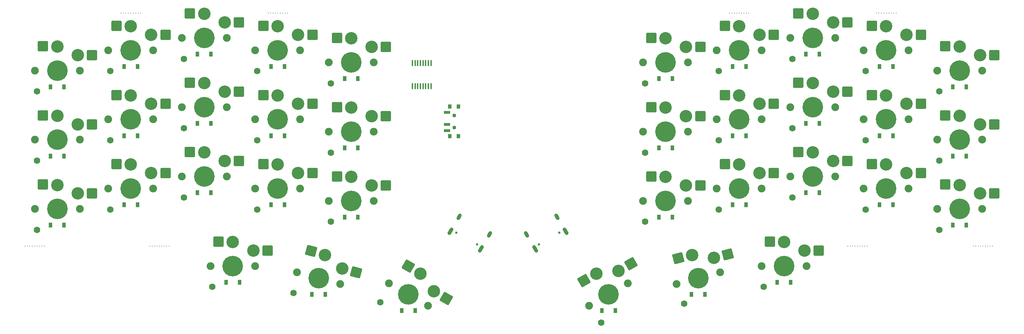
<source format=gbr>
%TF.GenerationSoftware,KiCad,Pcbnew,(6.0.8-1)-1*%
%TF.CreationDate,2022-11-15T13:56:26-05:00*%
%TF.ProjectId,kb2,6b62322e-6b69-4636-9164-5f7063625858,rev?*%
%TF.SameCoordinates,Original*%
%TF.FileFunction,Soldermask,Bot*%
%TF.FilePolarity,Negative*%
%FSLAX46Y46*%
G04 Gerber Fmt 4.6, Leading zero omitted, Abs format (unit mm)*
G04 Created by KiCad (PCBNEW (6.0.8-1)-1) date 2022-11-15 13:56:26*
%MOMM*%
%LPD*%
G01*
G04 APERTURE LIST*
G04 Aperture macros list*
%AMRoundRect*
0 Rectangle with rounded corners*
0 $1 Rounding radius*
0 $2 $3 $4 $5 $6 $7 $8 $9 X,Y pos of 4 corners*
0 Add a 4 corners polygon primitive as box body*
4,1,4,$2,$3,$4,$5,$6,$7,$8,$9,$2,$3,0*
0 Add four circle primitives for the rounded corners*
1,1,$1+$1,$2,$3*
1,1,$1+$1,$4,$5*
1,1,$1+$1,$6,$7*
1,1,$1+$1,$8,$9*
0 Add four rect primitives between the rounded corners*
20,1,$1+$1,$2,$3,$4,$5,0*
20,1,$1+$1,$4,$5,$6,$7,0*
20,1,$1+$1,$6,$7,$8,$9,0*
20,1,$1+$1,$8,$9,$2,$3,0*%
%AMHorizOval*
0 Thick line with rounded ends*
0 $1 width*
0 $2 $3 position (X,Y) of the first rounded end (center of the circle)*
0 $4 $5 position (X,Y) of the second rounded end (center of the circle)*
0 Add line between two ends*
20,1,$1,$2,$3,$4,$5,0*
0 Add two circle primitives to create the rounded ends*
1,1,$1,$2,$3*
1,1,$1,$4,$5*%
G04 Aperture macros list end*
%ADD10C,0.300000*%
%ADD11C,5.050000*%
%ADD12C,1.900000*%
%ADD13C,1.600000*%
%ADD14C,3.050000*%
%ADD15RoundRect,0.250000X-1.025000X-1.000000X1.025000X-1.000000X1.025000X1.000000X-1.025000X1.000000X0*%
%ADD16C,0.600000*%
%ADD17HorizOval,0.900000X-0.275000X-0.476314X0.275000X0.476314X0*%
%ADD18HorizOval,0.900000X-0.200000X-0.346410X0.200000X0.346410X0*%
%ADD19RoundRect,0.250000X-0.387676X-1.378525X1.387676X-0.353525X0.387676X1.378525X-1.387676X0.353525X0*%
%ADD20RoundRect,0.250000X-0.731255X-1.231215X1.248893X-0.700636X0.731255X1.231215X-1.248893X0.700636X0*%
%ADD21HorizOval,0.900000X0.275000X-0.476314X-0.275000X0.476314X0*%
%ADD22HorizOval,0.900000X0.200000X-0.346410X-0.200000X0.346410X0*%
%ADD23RoundRect,0.250000X-1.248893X-0.700636X0.731255X-1.231215X1.248893X0.700636X-0.731255X1.231215X0*%
%ADD24RoundRect,0.250000X-1.387676X-0.353525X0.387676X-1.378525X1.387676X0.353525X-0.387676X1.378525X0*%
%ADD25R,0.900000X1.200000*%
%ADD26RoundRect,0.100000X0.100000X-0.637500X0.100000X0.637500X-0.100000X0.637500X-0.100000X-0.637500X0*%
%ADD27C,0.939800*%
%ADD28R,1.498600X0.711200*%
%ADD29R,0.812800X0.990600*%
G04 APERTURE END LIST*
D10*
%TO.C,*%
X242756872Y-113150000D03*
%TD*%
%TO.C,*%
X243350622Y-113150000D03*
%TD*%
%TO.C,*%
X238600622Y-113150000D03*
%TD*%
%TO.C,*%
X239194372Y-113150000D03*
%TD*%
%TO.C,*%
X241569372Y-113150000D03*
%TD*%
%TO.C,*%
X242163122Y-113150000D03*
%TD*%
%TO.C,*%
X240975622Y-113150000D03*
%TD*%
%TO.C,*%
X239788122Y-113150000D03*
%TD*%
%TO.C,*%
X240381872Y-113150000D03*
%TD*%
%TO.C,*%
X273500000Y-113150000D03*
%TD*%
%TO.C,*%
X274093750Y-113150000D03*
%TD*%
%TO.C,*%
X269343750Y-113150000D03*
%TD*%
%TO.C,*%
X269937500Y-113150000D03*
%TD*%
%TO.C,*%
X272312500Y-113150000D03*
%TD*%
%TO.C,*%
X272906250Y-113150000D03*
%TD*%
%TO.C,*%
X271718750Y-113150000D03*
%TD*%
%TO.C,*%
X270531250Y-113150000D03*
%TD*%
%TO.C,*%
X271125000Y-113150000D03*
%TD*%
%TO.C,*%
X71756872Y-113150000D03*
%TD*%
%TO.C,*%
X72350622Y-113150000D03*
%TD*%
%TO.C,*%
X67600622Y-113150000D03*
%TD*%
%TO.C,*%
X68194372Y-113150000D03*
%TD*%
%TO.C,*%
X70569372Y-113150000D03*
%TD*%
%TO.C,*%
X71163122Y-113150000D03*
%TD*%
%TO.C,*%
X69975622Y-113150000D03*
%TD*%
%TO.C,*%
X68788122Y-113150000D03*
%TD*%
%TO.C,*%
X69381872Y-113150000D03*
%TD*%
%TO.C,*%
X211430628Y-55850000D03*
%TD*%
%TO.C,*%
X41256872Y-113150000D03*
%TD*%
D11*
%TO.C,SW13*%
X212000000Y-99000000D03*
D12*
X206500000Y-99000000D03*
D13*
X207000000Y-104150000D03*
D14*
X217000000Y-95200000D03*
X212000000Y-93100000D03*
D12*
X217500000Y-99000000D03*
D15*
X208500000Y-93000000D03*
X220500000Y-95200000D03*
%TD*%
D13*
%TO.C,SW25*%
X94000000Y-104150000D03*
D14*
X104000000Y-95200000D03*
D12*
X104500000Y-99000000D03*
D14*
X99000000Y-93100000D03*
D12*
X93500000Y-99000000D03*
D11*
X99000000Y-99000000D03*
D15*
X95500000Y-93000000D03*
X107500000Y-95200000D03*
%TD*%
D14*
%TO.C,SW17*%
X86000000Y-92200000D03*
D11*
X81000000Y-96000000D03*
D12*
X75500000Y-96000000D03*
D13*
X76000000Y-101150000D03*
D12*
X86500000Y-96000000D03*
D14*
X81000000Y-90100000D03*
D15*
X77500000Y-90000000D03*
X89500000Y-92200000D03*
%TD*%
D10*
%TO.C,*%
X38881872Y-113150000D03*
%TD*%
%TO.C,*%
X60649378Y-55850000D03*
%TD*%
%TO.C,*%
X99618128Y-55850000D03*
%TD*%
D11*
%TO.C,SW23*%
X99000000Y-65000000D03*
D13*
X94000000Y-70150000D03*
D12*
X93500000Y-65000000D03*
X104500000Y-65000000D03*
D14*
X104000000Y-61200000D03*
X99000000Y-59100000D03*
D15*
X95500000Y-59000000D03*
X107500000Y-61200000D03*
%TD*%
D10*
%TO.C,*%
X65399378Y-55850000D03*
%TD*%
D16*
%TO.C,J2*%
X147777813Y-112700737D03*
X142772187Y-109810737D03*
D17*
X141293770Y-109511429D03*
D18*
X150861230Y-110220103D03*
D17*
X148776230Y-113831429D03*
D18*
X143378770Y-105900103D03*
%TD*%
D10*
%TO.C,*%
X212024378Y-55850000D03*
%TD*%
D14*
%TO.C,SW21*%
X230000000Y-90100000D03*
D12*
X235500000Y-96000000D03*
D14*
X235000000Y-92200000D03*
D11*
X230000000Y-96000000D03*
D12*
X224500000Y-96000000D03*
D13*
X225000000Y-101150000D03*
D15*
X226500000Y-90000000D03*
X238500000Y-92200000D03*
%TD*%
D10*
%TO.C,*%
X247430628Y-55850000D03*
%TD*%
D14*
%TO.C,SW19*%
X230000000Y-56100000D03*
D11*
X230000000Y-62000000D03*
D14*
X235000000Y-58200000D03*
D13*
X225000000Y-67150000D03*
D12*
X224500000Y-62000000D03*
X235500000Y-62000000D03*
D15*
X226500000Y-56000000D03*
X238500000Y-58200000D03*
%TD*%
D10*
%TO.C,*%
X62430628Y-55850000D03*
%TD*%
%TO.C,*%
X249805628Y-55850000D03*
%TD*%
D12*
%TO.C,SW34*%
X271500000Y-70000000D03*
D11*
X266000000Y-70000000D03*
D14*
X266000000Y-64100000D03*
D12*
X260500000Y-70000000D03*
D14*
X271000000Y-66200000D03*
D13*
X261000000Y-75150000D03*
D15*
X262500000Y-64000000D03*
X274500000Y-66200000D03*
%TD*%
D10*
%TO.C,*%
X37694372Y-113150000D03*
%TD*%
%TO.C,*%
X249211878Y-55850000D03*
%TD*%
D14*
%TO.C,SW35*%
X271000000Y-83200000D03*
X266000000Y-81100000D03*
D13*
X261000000Y-92150000D03*
D12*
X271500000Y-87000000D03*
D11*
X266000000Y-87000000D03*
D12*
X260500000Y-87000000D03*
D15*
X262500000Y-81000000D03*
X274500000Y-83200000D03*
%TD*%
D14*
%TO.C,SW29*%
X248000000Y-93100000D03*
D13*
X243000000Y-104150000D03*
D11*
X248000000Y-99000000D03*
D12*
X253500000Y-99000000D03*
D14*
X253000000Y-95200000D03*
D12*
X242500000Y-99000000D03*
D15*
X244500000Y-93000000D03*
X256500000Y-95200000D03*
%TD*%
D14*
%TO.C,SW7*%
X182430127Y-119209103D03*
X177050000Y-119890450D03*
D11*
X180000000Y-125000000D03*
D13*
X178244873Y-131960031D03*
D12*
X184763140Y-122250000D03*
X175236860Y-127750000D03*
D19*
X173968911Y-121553848D03*
X185461216Y-117459103D03*
%TD*%
D12*
%TO.C,SW22*%
X228500000Y-118000000D03*
X217500000Y-118000000D03*
D13*
X218000000Y-123150000D03*
D14*
X223000000Y-112100000D03*
X228000000Y-114200000D03*
D11*
X223000000Y-118000000D03*
D15*
X219500000Y-112000000D03*
X231500000Y-114200000D03*
%TD*%
D10*
%TO.C,*%
X61836878Y-55850000D03*
%TD*%
%TO.C,*%
X63618128Y-55850000D03*
%TD*%
%TO.C,*%
X97836878Y-55850000D03*
%TD*%
%TO.C,*%
X248024378Y-55850000D03*
%TD*%
D14*
%TO.C,SW2*%
X50000000Y-83200000D03*
D12*
X39500000Y-87000000D03*
D11*
X45000000Y-87000000D03*
D14*
X45000000Y-81100000D03*
D13*
X40000000Y-92150000D03*
D12*
X50500000Y-87000000D03*
D15*
X41500000Y-81000000D03*
X53500000Y-83200000D03*
%TD*%
D10*
%TO.C,*%
X37100622Y-113150000D03*
%TD*%
D12*
%TO.C,SW10*%
X57500000Y-99000000D03*
D14*
X63000000Y-93100000D03*
D13*
X58000000Y-104150000D03*
D12*
X68500000Y-99000000D03*
D11*
X63000000Y-99000000D03*
D14*
X68000000Y-95200000D03*
D15*
X59500000Y-93000000D03*
X71500000Y-95200000D03*
%TD*%
D13*
%TO.C,SW32*%
X112000000Y-107150000D03*
D12*
X122500000Y-102000000D03*
D14*
X117000000Y-96100000D03*
D12*
X111500000Y-102000000D03*
D11*
X117000000Y-102000000D03*
D14*
X122000000Y-98200000D03*
D15*
X113500000Y-96000000D03*
X125500000Y-98200000D03*
%TD*%
D10*
%TO.C,*%
X39475622Y-113150000D03*
%TD*%
%TO.C,*%
X61243128Y-55850000D03*
%TD*%
%TO.C,*%
X99024378Y-55850000D03*
%TD*%
%TO.C,*%
X210243128Y-55850000D03*
%TD*%
%TO.C,*%
X96649378Y-55850000D03*
%TD*%
%TO.C,*%
X63024378Y-55850000D03*
%TD*%
%TO.C,*%
X213211878Y-55850000D03*
%TD*%
D12*
%TO.C,SW31*%
X122500000Y-85000000D03*
D14*
X122000000Y-81200000D03*
D13*
X112000000Y-90150000D03*
D12*
X111500000Y-85000000D03*
D11*
X117000000Y-85000000D03*
D14*
X117000000Y-79100000D03*
D15*
X113500000Y-79000000D03*
X125500000Y-81200000D03*
%TD*%
D14*
%TO.C,SW14*%
X200472968Y-115301038D03*
D13*
X198503289Y-127268613D03*
D14*
X205846117Y-116035387D03*
D12*
X207312592Y-119576495D03*
D11*
X202000000Y-121000000D03*
D12*
X196687408Y-122423505D03*
D20*
X197066345Y-116110312D03*
X209226857Y-115129520D03*
%TD*%
D14*
%TO.C,SW15*%
X86000000Y-58200000D03*
X81000000Y-56100000D03*
D12*
X75500000Y-62000000D03*
D13*
X76000000Y-67150000D03*
D11*
X81000000Y-62000000D03*
D12*
X86500000Y-62000000D03*
D15*
X77500000Y-56000000D03*
X89500000Y-58200000D03*
%TD*%
D10*
%TO.C,*%
X97243128Y-55850000D03*
%TD*%
%TO.C,*%
X213805628Y-55850000D03*
%TD*%
D13*
%TO.C,SW28*%
X243000000Y-87150000D03*
D14*
X248000000Y-76100000D03*
D12*
X253500000Y-82000000D03*
D11*
X248000000Y-82000000D03*
D12*
X242500000Y-82000000D03*
D14*
X253000000Y-78200000D03*
D15*
X244500000Y-76000000D03*
X256500000Y-78200000D03*
%TD*%
D10*
%TO.C,*%
X40069372Y-113150000D03*
%TD*%
D14*
%TO.C,SW20*%
X235000000Y-75200000D03*
D11*
X230000000Y-79000000D03*
D14*
X230000000Y-73100000D03*
D12*
X224500000Y-79000000D03*
X235500000Y-79000000D03*
D13*
X225000000Y-84150000D03*
D15*
X226500000Y-73000000D03*
X238500000Y-75200000D03*
%TD*%
D10*
%TO.C,*%
X98430628Y-55850000D03*
%TD*%
D13*
%TO.C,SW3*%
X40000000Y-109150000D03*
D12*
X39500000Y-104000000D03*
D11*
X45000000Y-104000000D03*
D14*
X50000000Y-100200000D03*
D12*
X50500000Y-104000000D03*
D14*
X45000000Y-98100000D03*
D15*
X41500000Y-98000000D03*
X53500000Y-100200000D03*
%TD*%
D12*
%TO.C,SW4*%
X188500000Y-68000000D03*
X199500000Y-68000000D03*
D14*
X194000000Y-62100000D03*
D13*
X189000000Y-73150000D03*
D11*
X194000000Y-68000000D03*
D14*
X199000000Y-64200000D03*
D15*
X190500000Y-62000000D03*
X202500000Y-64200000D03*
%TD*%
D10*
%TO.C,*%
X101399378Y-55850000D03*
%TD*%
D14*
%TO.C,SW5*%
X194000000Y-79100000D03*
D11*
X194000000Y-85000000D03*
D13*
X189000000Y-90150000D03*
D12*
X199500000Y-85000000D03*
X188500000Y-85000000D03*
D14*
X199000000Y-81200000D03*
D15*
X190500000Y-79000000D03*
X202500000Y-81200000D03*
%TD*%
D14*
%TO.C,SW8*%
X68000000Y-61200000D03*
D11*
X63000000Y-65000000D03*
D13*
X58000000Y-70150000D03*
D12*
X57500000Y-65000000D03*
X68500000Y-65000000D03*
D14*
X63000000Y-59100000D03*
D15*
X59500000Y-59000000D03*
X71500000Y-61200000D03*
%TD*%
D10*
%TO.C,*%
X214399378Y-55850000D03*
%TD*%
%TO.C,*%
X41850622Y-113150000D03*
%TD*%
D12*
%TO.C,SW1*%
X39500000Y-70000000D03*
D14*
X50000000Y-66200000D03*
D13*
X40000000Y-75150000D03*
D12*
X50500000Y-70000000D03*
D11*
X45000000Y-70000000D03*
D14*
X45000000Y-64100000D03*
D15*
X41500000Y-64000000D03*
X53500000Y-66200000D03*
%TD*%
D11*
%TO.C,SW9*%
X63000000Y-82000000D03*
D14*
X68000000Y-78200000D03*
D12*
X68500000Y-82000000D03*
D13*
X58000000Y-87150000D03*
D14*
X63000000Y-76100000D03*
D12*
X57500000Y-82000000D03*
D15*
X59500000Y-76000000D03*
X71500000Y-78200000D03*
%TD*%
D10*
%TO.C,*%
X40663122Y-113150000D03*
%TD*%
D11*
%TO.C,SW24*%
X99000000Y-82000000D03*
D13*
X94000000Y-87150000D03*
D12*
X93500000Y-82000000D03*
X104500000Y-82000000D03*
D14*
X104000000Y-78200000D03*
X99000000Y-76100000D03*
D15*
X95500000Y-76000000D03*
X107500000Y-78200000D03*
%TD*%
D10*
%TO.C,*%
X100211878Y-55850000D03*
%TD*%
%TO.C,*%
X246243128Y-55850000D03*
%TD*%
D12*
%TO.C,SW36*%
X271500000Y-104000000D03*
D14*
X271000000Y-100200000D03*
X266000000Y-98100000D03*
D12*
X260500000Y-104000000D03*
D13*
X261000000Y-109150000D03*
D11*
X266000000Y-104000000D03*
D15*
X262500000Y-98000000D03*
X274500000Y-100200000D03*
%TD*%
D10*
%TO.C,*%
X209649378Y-55850000D03*
%TD*%
%TO.C,*%
X212618128Y-55850000D03*
%TD*%
%TO.C,*%
X38288122Y-113150000D03*
%TD*%
D14*
%TO.C,SW6*%
X194000000Y-96100000D03*
D11*
X194000000Y-102000000D03*
D12*
X188500000Y-102000000D03*
X199500000Y-102000000D03*
D14*
X199000000Y-98200000D03*
D13*
X189000000Y-107150000D03*
D15*
X190500000Y-96000000D03*
X202500000Y-98200000D03*
%TD*%
D10*
%TO.C,*%
X64211878Y-55850000D03*
%TD*%
D16*
%TO.C,J3*%
X168005626Y-109810737D03*
X163000000Y-112700737D03*
D21*
X169484043Y-109511429D03*
D22*
X167399043Y-105900103D03*
D21*
X162001583Y-113831429D03*
D22*
X159916583Y-110220103D03*
%TD*%
D10*
%TO.C,*%
X100805628Y-55850000D03*
%TD*%
D13*
%TO.C,SW11*%
X207000000Y-70150000D03*
D12*
X217500000Y-65000000D03*
D11*
X212000000Y-65000000D03*
D14*
X212000000Y-59100000D03*
X217000000Y-61200000D03*
D12*
X206500000Y-65000000D03*
D15*
X208500000Y-59000000D03*
X220500000Y-61200000D03*
%TD*%
D10*
%TO.C,*%
X210836878Y-55850000D03*
%TD*%
%TO.C,*%
X245649378Y-55850000D03*
%TD*%
D11*
%TO.C,SW12*%
X212000000Y-82000000D03*
D13*
X207000000Y-87150000D03*
D14*
X217000000Y-78200000D03*
X212000000Y-76100000D03*
D12*
X217500000Y-82000000D03*
X206500000Y-82000000D03*
D15*
X208500000Y-76000000D03*
X220500000Y-78200000D03*
%TD*%
D11*
%TO.C,SW30*%
X117000000Y-68000000D03*
D14*
X122000000Y-64200000D03*
D13*
X112000000Y-73150000D03*
D12*
X122500000Y-68000000D03*
X111500000Y-68000000D03*
D14*
X117000000Y-62100000D03*
D15*
X113500000Y-62000000D03*
X125500000Y-64200000D03*
%TD*%
D11*
%TO.C,SW27*%
X248000000Y-65000000D03*
D13*
X243000000Y-70150000D03*
D14*
X248000000Y-59100000D03*
D12*
X253500000Y-65000000D03*
D14*
X253000000Y-61200000D03*
D12*
X242500000Y-65000000D03*
D15*
X244500000Y-59000000D03*
X256500000Y-61200000D03*
%TD*%
D14*
%TO.C,SW18*%
X93000000Y-114200000D03*
D12*
X82500000Y-118000000D03*
D11*
X88000000Y-118000000D03*
D12*
X93500000Y-118000000D03*
D14*
X88000000Y-112100000D03*
D13*
X83000000Y-123150000D03*
D15*
X84500000Y-112000000D03*
X96500000Y-114200000D03*
%TD*%
D14*
%TO.C,SW16*%
X81000000Y-73100000D03*
D11*
X81000000Y-79000000D03*
D12*
X75500000Y-79000000D03*
X86500000Y-79000000D03*
D14*
X86000000Y-75200000D03*
D13*
X76000000Y-84150000D03*
D15*
X77500000Y-73000000D03*
X89500000Y-75200000D03*
%TD*%
D10*
%TO.C,*%
X246836878Y-55850000D03*
%TD*%
D13*
%TO.C,SW26*%
X102837453Y-124680423D03*
D12*
X103687408Y-119576495D03*
D14*
X114813142Y-118623577D03*
D12*
X114312592Y-122423505D03*
D14*
X110527032Y-115301038D03*
D11*
X109000000Y-121000000D03*
D23*
X107172174Y-114298578D03*
X118193882Y-119529444D03*
%TD*%
D10*
%TO.C,*%
X64805628Y-55850000D03*
%TD*%
%TO.C,*%
X250399378Y-55850000D03*
%TD*%
%TO.C,*%
X248618128Y-55850000D03*
%TD*%
D14*
%TO.C,SW33*%
X137230127Y-124209103D03*
X133950000Y-119890450D03*
D13*
X124094873Y-126960031D03*
D12*
X135763140Y-127750000D03*
X126236860Y-122250000D03*
D11*
X131000000Y-125000000D03*
D24*
X130968911Y-118053848D03*
X140261216Y-125959103D03*
%TD*%
D25*
%TO.C,D32*%
X115350000Y-106000000D03*
X118650000Y-106000000D03*
%TD*%
%TO.C,D17*%
X79350000Y-100000000D03*
X82650000Y-100000000D03*
%TD*%
%TO.C,D27*%
X246350000Y-69000000D03*
X249650000Y-69000000D03*
%TD*%
%TO.C,D5*%
X192350000Y-89000000D03*
X195650000Y-89000000D03*
%TD*%
%TO.C,D26*%
X107350000Y-125000000D03*
X110650000Y-125000000D03*
%TD*%
%TO.C,D31*%
X115350000Y-89000000D03*
X118650000Y-89000000D03*
%TD*%
%TO.C,D22*%
X221350000Y-122000000D03*
X224650000Y-122000000D03*
%TD*%
D26*
%TO.C,U2*%
X136525000Y-73862500D03*
X135875000Y-73862500D03*
X135225000Y-73862500D03*
X134575000Y-73862500D03*
X133925000Y-73862500D03*
X133275000Y-73862500D03*
X132625000Y-73862500D03*
X131975000Y-73862500D03*
X131975000Y-68137500D03*
X132625000Y-68137500D03*
X133275000Y-68137500D03*
X133925000Y-68137500D03*
X134575000Y-68137500D03*
X135225000Y-68137500D03*
X135875000Y-68137500D03*
X136525000Y-68137500D03*
%TD*%
D25*
%TO.C,D19*%
X228350000Y-66000000D03*
X231650000Y-66000000D03*
%TD*%
%TO.C,D28*%
X246350000Y-86000000D03*
X249650000Y-86000000D03*
%TD*%
%TO.C,D36*%
X264350000Y-108000000D03*
X267650000Y-108000000D03*
%TD*%
%TO.C,D15*%
X79350000Y-66000000D03*
X82650000Y-66000000D03*
%TD*%
%TO.C,D9*%
X61350000Y-86000000D03*
X64650000Y-86000000D03*
%TD*%
%TO.C,D16*%
X79350000Y-83000000D03*
X82650000Y-83000000D03*
%TD*%
%TO.C,D4*%
X192350000Y-72000000D03*
X195650000Y-72000000D03*
%TD*%
%TO.C,D30*%
X115350000Y-72000000D03*
X118650000Y-72000000D03*
%TD*%
D27*
%TO.C,SW38*%
X142198099Y-81000000D03*
X142198099Y-84000000D03*
D28*
X140448100Y-80249999D03*
X140448100Y-83250001D03*
X140448100Y-84750001D03*
D29*
X141148101Y-78850000D03*
X141148101Y-86150000D03*
X143248100Y-78850000D03*
X143248100Y-86150000D03*
%TD*%
D25*
%TO.C,D6*%
X192350000Y-106000000D03*
X195650000Y-106000000D03*
%TD*%
%TO.C,D35*%
X264350000Y-91000000D03*
X267650000Y-91000000D03*
%TD*%
%TO.C,D3*%
X43350000Y-108000000D03*
X46650000Y-108000000D03*
%TD*%
%TO.C,D29*%
X246350000Y-103000000D03*
X249650000Y-103000000D03*
%TD*%
%TO.C,D12*%
X210350000Y-86000000D03*
X213650000Y-86000000D03*
%TD*%
%TO.C,D14*%
X200350000Y-125000000D03*
X203650000Y-125000000D03*
%TD*%
%TO.C,D34*%
X264350000Y-74000000D03*
X267650000Y-74000000D03*
%TD*%
%TO.C,D21*%
X228350000Y-100000000D03*
X231650000Y-100000000D03*
%TD*%
%TO.C,D10*%
X61350000Y-103000000D03*
X64650000Y-103000000D03*
%TD*%
%TO.C,D2*%
X43350000Y-91000000D03*
X46650000Y-91000000D03*
%TD*%
%TO.C,D1*%
X43350000Y-74000000D03*
X46650000Y-74000000D03*
%TD*%
%TO.C,D8*%
X61350000Y-69000000D03*
X64650000Y-69000000D03*
%TD*%
%TO.C,D25*%
X97350000Y-103000000D03*
X100650000Y-103000000D03*
%TD*%
%TO.C,D11*%
X210350000Y-69000000D03*
X213650000Y-69000000D03*
%TD*%
%TO.C,D18*%
X86350000Y-122000000D03*
X89650000Y-122000000D03*
%TD*%
%TO.C,D7*%
X178350000Y-129000000D03*
X181650000Y-129000000D03*
%TD*%
%TO.C,D33*%
X129350000Y-129000000D03*
X132650000Y-129000000D03*
%TD*%
%TO.C,D23*%
X97350000Y-69000000D03*
X100650000Y-69000000D03*
%TD*%
%TO.C,D20*%
X228350000Y-83000000D03*
X231650000Y-83000000D03*
%TD*%
%TO.C,D13*%
X210350000Y-103000000D03*
X213650000Y-103000000D03*
%TD*%
%TO.C,D24*%
X97350000Y-86000000D03*
X100650000Y-86000000D03*
%TD*%
M02*

</source>
